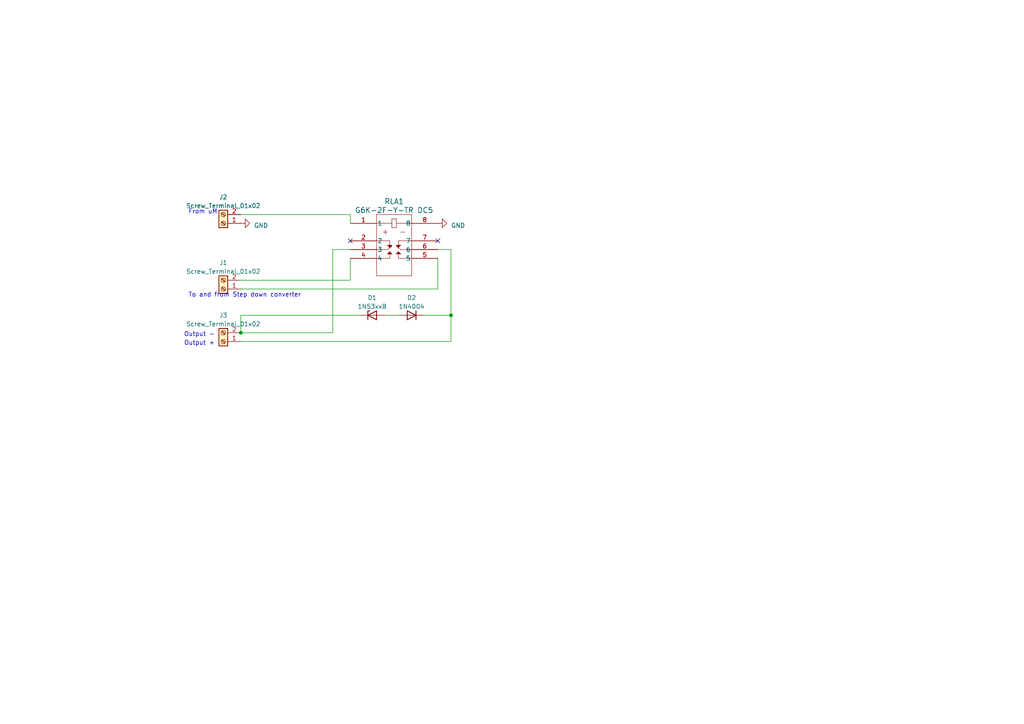
<source format=kicad_sch>
(kicad_sch (version 20230121) (generator eeschema)
  (paper "A4")
  (title_block (title "Emergency stop circuit") (date "2024-10-31") (rev "1.0"))
  (lib_symbols
    (symbol "Connector:Screw_Terminal_01x02" (pin_names (offset 1.016) hide)
      (property "Reference" "J" (at 0 2.54 0))
      (property "Value" "Screw_Terminal_01x02" (at 0 -5.08 0))
      (symbol "Screw_Terminal_01x02_1_1"
        (rectangle (start -1.27 1.27) (end 1.27 -3.81) (stroke (width 0.254)) (fill (type background)))
        (circle (center 0 -2.54) (radius 0.635) (stroke (width 0.1524)))
        (polyline (pts (xy -0.5334 -2.2098) (xy 0.3302 -3.048)) (stroke (width 0.1524)))
        (polyline (pts (xy -0.5334 0.3302) (xy 0.3302 -0.508)) (stroke (width 0.1524)))
        (polyline (pts (xy -0.3556 -2.032) (xy 0.508 -2.8702)) (stroke (width 0.1524)))
        (polyline (pts (xy -0.3556 0.508) (xy 0.508 -0.3302)) (stroke (width 0.1524)))
        (circle (center 0 0) (radius 0.635) (stroke (width 0.1524)))
        (pin passive line (at -5.08 0 0) (length 3.81) (name "Pin_1") (number "1"))
        (pin passive line (at -5.08 -2.54 0) (length 3.81) (name "Pin_2") (number "2"))
      )
    )
    (symbol "Diode:1N4004" (pin_numbers hide) (pin_names hide)
      (property "Reference" "D" (at 0 2.54 0))
      (property "Value" "1N4004" (at 0 -2.54 0))
      (symbol "1N4004_0_1"
        (polyline (pts (xy -1.27 1.27) (xy -1.27 -1.27)) (stroke (width 0.254)))
        (polyline (pts (xy 1.27 0) (xy -1.27 0)))
        (polyline (pts (xy 1.27 1.27) (xy 1.27 -1.27) (xy -1.27 0) (xy 1.27 1.27)) (stroke (width 0.254)))
      )
      (symbol "1N4004_1_1"
        (pin passive line (at -3.81 0 0) (length 2.54) (name "K") (number "1"))
        (pin passive line (at 3.81 0 180) (length 2.54) (name "A") (number "2"))
      )
    )
    (symbol "Diode:1N53xxB" (pin_numbers hide) (pin_names hide)
      (property "Reference" "D" (at 0 2.54 0))
      (property "Value" "1N53xxB" (at 0 -2.54 0))
      (symbol "1N53xxB_0_1"
        (polyline (pts (xy 1.27 0) (xy -1.27 0)))
        (polyline (pts (xy -1.27 -1.27) (xy -1.27 1.27) (xy -0.762 1.27)) (stroke (width 0.254)))
        (polyline (pts (xy 1.27 -1.27) (xy 1.27 1.27) (xy -1.27 0) (xy 1.27 -1.27)) (stroke (width 0.254)))
      )
      (symbol "1N53xxB_1_1"
        (pin passive line (at -3.81 0 0) (length 2.54) (name "K") (number "1"))
        (pin passive line (at 3.81 0 180) (length 2.54) (name "A") (number "2"))
      )
    )
    (symbol "G6K-2F-Y-TR DC5:G6K-2F-Y-TR_DC5" (pin_names (offset 0.254))
      (property "Reference" "RLA" (at 13.335 7.62 0))
      (property "Value" "G6K-2F-Y-TR DC5" (at 20.32 5.08 0))
      (symbol "G6K-2F-Y-TR_DC5_0_1"
        (polyline (pts (xy 7.62 -15.24) (xy 17.78 -15.24)) (stroke (width 0.127)))
        (polyline (pts (xy 7.62 -10.16) (xy 11.43 -10.16)) (stroke (width 0.127)))
        (polyline (pts (xy 7.62 -7.62) (xy 10.795 -7.62)) (stroke (width 0.127)))
        (polyline (pts (xy 7.62 -5.08) (xy 11.43 -5.08)) (stroke (width 0.127)))
        (polyline (pts (xy 7.62 0) (xy 12.065 0)) (stroke (width 0.127)))
        (polyline (pts (xy 7.62 2.54) (xy 7.62 -15.24)) (stroke (width 0.127)))
        (polyline (pts (xy 9.525 -2.54) (xy 10.795 -2.54)) (stroke (width 0.127)))
        (polyline (pts (xy 10.16 -1.905) (xy 10.16 -3.175)) (stroke (width 0.127)))
        (polyline (pts (xy 10.795 -8.89) (xy 11.43 -8.255)) (stroke (width 0.127)))
        (polyline (pts (xy 10.795 -8.89) (xy 12.065 -8.89)) (stroke (width 0.127)))
        (polyline (pts (xy 10.795 -6.35) (xy 11.43 -6.985)) (stroke (width 0.127)))
        (polyline (pts (xy 10.795 -6.35) (xy 12.065 -6.35)) (stroke (width 0.127)))
        (polyline (pts (xy 11.43 -10.16) (xy 11.43 -8.89)) (stroke (width 0.127)))
        (polyline (pts (xy 11.43 -8.255) (xy 12.065 -8.89)) (stroke (width 0.127)))
        (polyline (pts (xy 11.43 -5.08) (xy 11.43 -6.35)) (stroke (width 0.127)))
        (polyline (pts (xy 12.065 -6.6675) (xy 10.795 -7.62)) (stroke (width 0.127)))
        (polyline (pts (xy 12.065 -6.35) (xy 11.43 -6.985)) (stroke (width 0.127)))
        (polyline (pts (xy 12.065 -1.27) (xy 13.335 -1.27)) (stroke (width 0.127)))
        (polyline (pts (xy 12.065 1.27) (xy 12.065 -1.27)) (stroke (width 0.127)))
        (polyline (pts (xy 12.065 1.27) (xy 13.335 1.27)) (stroke (width 0.127)))
        (polyline (pts (xy 13.335 -8.89) (xy 13.97 -8.255)) (stroke (width 0.127)))
        (polyline (pts (xy 13.335 -8.89) (xy 14.605 -8.89)) (stroke (width 0.127)))
        (polyline (pts (xy 13.335 -6.35) (xy 13.97 -6.985)) (stroke (width 0.127)))
        (polyline (pts (xy 13.335 -6.35) (xy 14.605 -6.35)) (stroke (width 0.127)))
        (polyline (pts (xy 13.335 1.27) (xy 13.335 -1.27)) (stroke (width 0.127)))
        (polyline (pts (xy 13.97 -10.16) (xy 13.97 -8.89)) (stroke (width 0.127)))
        (polyline (pts (xy 13.97 -10.16) (xy 17.78 -10.16)) (stroke (width 0.127)))
        (polyline (pts (xy 13.97 -8.255) (xy 14.605 -8.89)) (stroke (width 0.127)))
        (polyline (pts (xy 13.97 -6.985) (xy 14.605 -6.35)) (stroke (width 0.127)))
        (polyline (pts (xy 13.97 -5.08) (xy 13.97 -6.35)) (stroke (width 0.127)))
        (polyline (pts (xy 13.97 -5.08) (xy 17.78 -5.08)) (stroke (width 0.127)))
        (polyline (pts (xy 14.605 -7.62) (xy 13.335 -6.6675)) (stroke (width 0.127)))
        (polyline (pts (xy 14.605 -2.54) (xy 15.875 -2.54)) (stroke (width 0.127)))
        (polyline (pts (xy 17.78 -15.24) (xy 17.78 2.54)) (stroke (width 0.127)))
        (polyline (pts (xy 17.78 -7.62) (xy 14.605 -7.62)) (stroke (width 0.127)))
        (polyline (pts (xy 17.78 0) (xy 13.335 0)) (stroke (width 0.127)))
        (polyline (pts (xy 17.78 2.54) (xy 7.62 2.54)) (stroke (width 0.127)))
        (polyline (pts (xy 10.795 -8.89) (xy 11.43 -8.255) (xy 12.065 -8.89)) (fill (type outline)))
        (polyline (pts (xy 10.795 -6.35) (xy 12.065 -6.35) (xy 11.43 -6.985)) (fill (type outline)))
        (polyline (pts (xy 13.335 -8.89) (xy 13.97 -8.255) (xy 14.605 -8.89)) (fill (type outline)))
        (polyline (pts (xy 13.335 -6.35) (xy 14.605 -6.35) (xy 13.97 -6.985)) (fill (type outline)))
        (pin unspecified line (at 0 0 0) (length 7.62) (name "1") (number "1"))
        (pin unspecified line (at 0 -5.08 0) (length 7.62) (name "2") (number "2"))
        (pin unspecified line (at 0 -7.62 0) (length 7.62) (name "3") (number "3"))
        (pin unspecified line (at 0 -10.16 0) (length 7.62) (name "4") (number "4"))
        (pin unspecified line (at 25.4 -10.16 180) (length 7.62) (name "5") (number "5"))
        (pin unspecified line (at 25.4 -7.62 180) (length 7.62) (name "6") (number "6"))
        (pin unspecified line (at 25.4 -5.08 180) (length 7.62) (name "7") (number "7"))
        (pin unspecified line (at 25.4 0 180) (length 7.62) (name "8") (number "8"))
      )
    )
    (symbol "power:GND" (power) (pin_names (offset 0))
      (property "Value" "GND" (at 0 -3.81 0))
      (symbol "GND_0_1"
        (polyline (pts (xy 0 0) (xy 0 -1.27) (xy 1.27 -1.27) (xy 0 -2.54) (xy -1.27 -1.27) (xy 0 -1.27)))
      )
      (symbol "GND_1_1"
        (pin power_in line (at 0 0 270) (length 0) hide (name "GND") (number "1"))
      )
    )
  )
  (junction (at 130.81 91.44))
  (junction (at 69.85 96.52))
  (no_connect (at 101.6 69.85))
  (no_connect (at 127 69.85))
  (wire (pts (xy 69.85 96.52) (xy 96.52 96.52)))
  (wire (pts (xy 96.52 72.39) (xy 101.6 72.39)))
  (wire (pts (xy 130.81 99.06) (xy 130.81 91.44)))
  (wire (pts (xy 96.52 72.39) (xy 96.52 96.52)))
  (wire (pts (xy 127 74.93) (xy 127 83.82)))
  (wire (pts (xy 104.14 91.44) (xy 69.85 91.44)))
  (wire (pts (xy 127 72.39) (xy 130.81 72.39)))
  (wire (pts (xy 69.85 99.06) (xy 130.81 99.06)))
  (wire (pts (xy 101.6 81.28) (xy 101.6 74.93)))
  (wire (pts (xy 130.81 91.44) (xy 130.81 72.39)))
  (wire (pts (xy 69.85 81.28) (xy 101.6 81.28)))
  (wire (pts (xy 123.19 91.44) (xy 130.81 91.44)))
  (wire (pts (xy 101.6 62.23) (xy 101.6 64.77)))
  (wire (pts (xy 69.85 62.23) (xy 101.6 62.23)))
  (wire (pts (xy 111.76 91.44) (xy 115.57 91.44)))
  (wire (pts (xy 69.85 91.44) (xy 69.85 96.52)))
  (wire (pts (xy 127 83.82) (xy 69.85 83.82)))
  (text "From uM" (at 54.61 62.23 0) (effects (font (size 1.27 1.27)) (justify left bottom)))
  (text "Output -" (at 53.34 97.79 0) (effects (font (size 1.27 1.27)) (justify left bottom)))
  (text "To and from Step down converter" (at 54.61 86.36 0) (effects (font (size 1.27 1.27)) (justify left bottom)))
  (text "Output +" (at 53.34 100.33 0) (effects (font (size 1.27 1.27)) (justify left bottom)))
  (symbol (lib_id "power:GND") (at 127 64.77 90) (unit 1)
    (property "Reference" "#PWR02" (effects hide))
    (property "Value" "GND" (at 130.81 65.405 90) (effects (justify right)))
  )
  (symbol (lib_id "Diode:1N4004") (at 119.38 91.44 180) (unit 1)
    (property "Reference" "D2" (at 119.38 86.36 0))
    (property "Value" "1N4004" (at 119.38 88.9 0))
    (property "Footprint" "Diode_THT:D_DO-41_SOD81_P10.16mm_Horizontal" (effects hide))
    (property "Datasheet" "http://www.vishay.com/docs/88503/1n4001.pdf" (effects hide))
    (property "Sim.Device" "D" (effects hide))
    (property "Sim.Pins" "1=K 2=A" (effects hide))
  )
  (symbol (lib_id "Diode:1N53xxB") (at 107.95 91.44 0) (unit 1)
    (property "Reference" "D1" (at 107.95 86.36 0))
    (property "Value" "1N53xxB" (at 107.95 88.9 0))
    (property "Footprint" "Diode_THT:D_DO-201_P15.24mm_Horizontal" (effects hide))
    (property "Datasheet" "https://diotec.com/tl_files/diotec/files/pdf/datasheets/1n5345b.pdf" (effects hide))
  )
  (symbol (lib_id "Connector:Screw_Terminal_01x02") (at 64.77 99.06 180) (unit 1)
    (property "Reference" "J3" (at 64.77 91.44 0))
    (property "Value" "Screw_Terminal_01x02" (at 64.77 93.98 0))
    (property "Footprint" "TerminalBlock_Phoenix:TerminalBlock_Phoenix_MKDS-3-2-5.08_1x02_P5.08mm_Horizontal" (effects hide))
  )
  (symbol (lib_id "Connector:Screw_Terminal_01x02") (at 64.77 83.82 180) (unit 1)
    (property "Reference" "J1" (at 64.77 76.2 0))
    (property "Value" "Screw_Terminal_01x02" (at 64.77 78.74 0))
    (property "Footprint" "TerminalBlock_Phoenix:TerminalBlock_Phoenix_MKDS-3-2-5.08_1x02_P5.08mm_Horizontal" (effects hide))
  )
  (symbol (lib_id "power:GND") (at 69.85 64.77 90) (unit 1)
    (property "Reference" "#PWR04" (effects hide))
    (property "Value" "GND" (at 73.66 65.405 90) (effects (justify right)))
  )
  (symbol (lib_id "Connector:Screw_Terminal_01x02") (at 64.77 64.77 180) (unit 1)
    (property "Reference" "J2" (at 64.77 57.15 0))
    (property "Value" "Screw_Terminal_01x02" (at 64.77 59.69 0))
    (property "Footprint" "TerminalBlock_Phoenix:TerminalBlock_Phoenix_MKDS-3-2-5.08_1x02_P5.08mm_Horizontal" (effects hide))
  )
  (symbol (lib_id "G6K-2F-Y-TR DC5:G6K-2F-Y-TR_DC5") (at 101.6 64.77 0) (unit 1)
    (property "Reference" "RLA1" (at 114.3 58.42 0) (effects (font (size 1.524 1.524))))
    (property "Value" "G6K-2F-Y-TR DC5" (at 114.3 60.96 0) (effects (font (size 1.524 1.524))))
    (property "Footprint" "G6K-2F-Y-TR DC5:G6K-2F-Y DC3" (effects hide))
    (property "Datasheet" "G6K-2F-Y-TR DC5" (effects hide))
  )
)
</source>
